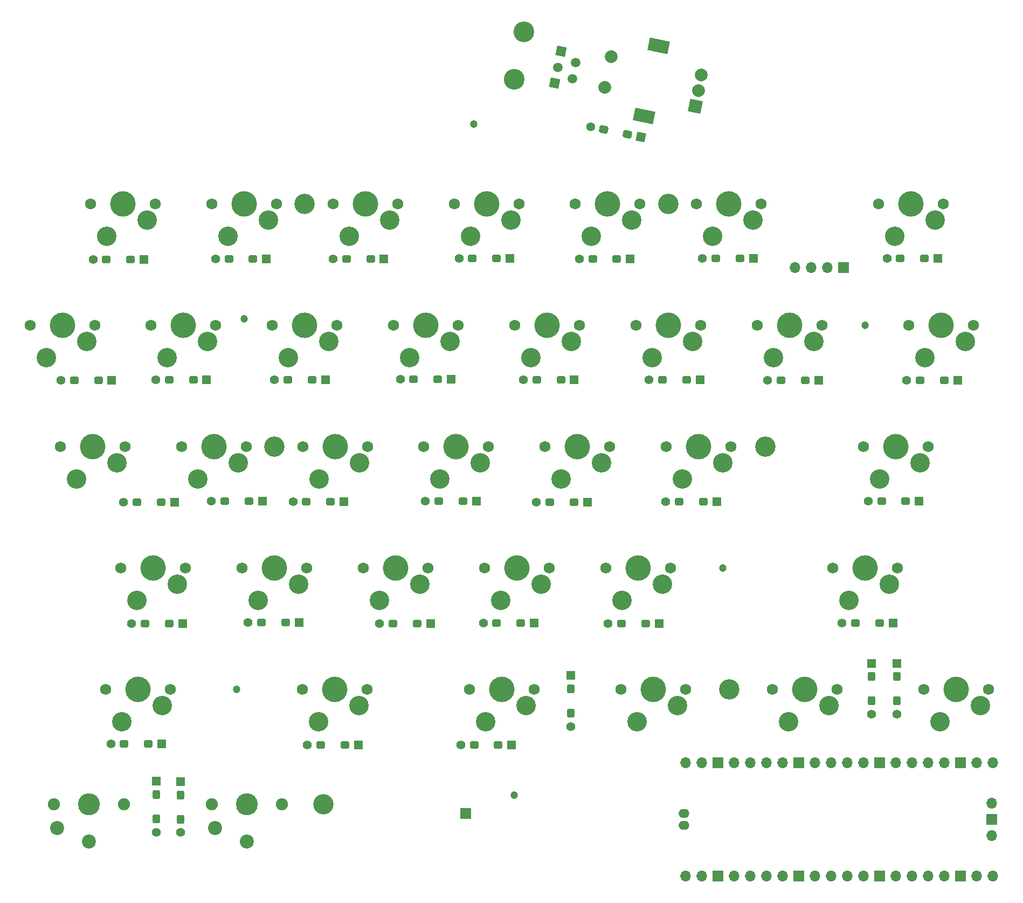
<source format=gbr>
%TF.GenerationSoftware,KiCad,Pcbnew,8.0.7*%
%TF.CreationDate,2025-08-07T20:18:05+02:00*%
%TF.ProjectId,pcb_keyboard_dx_rj11,7063625f-6b65-4796-926f-6172645f6478,rev?*%
%TF.SameCoordinates,Original*%
%TF.FileFunction,Soldermask,Top*%
%TF.FilePolarity,Negative*%
%FSLAX46Y46*%
G04 Gerber Fmt 4.6, Leading zero omitted, Abs format (unit mm)*
G04 Created by KiCad (PCBNEW 8.0.7) date 2025-08-07 20:18:05*
%MOMM*%
%LPD*%
G01*
G04 APERTURE LIST*
G04 Aperture macros list*
%AMRoundRect*
0 Rectangle with rounded corners*
0 $1 Rounding radius*
0 $2 $3 $4 $5 $6 $7 $8 $9 X,Y pos of 4 corners*
0 Add a 4 corners polygon primitive as box body*
4,1,4,$2,$3,$4,$5,$6,$7,$8,$9,$2,$3,0*
0 Add four circle primitives for the rounded corners*
1,1,$1+$1,$2,$3*
1,1,$1+$1,$4,$5*
1,1,$1+$1,$6,$7*
1,1,$1+$1,$8,$9*
0 Add four rect primitives between the rounded corners*
20,1,$1+$1,$2,$3,$4,$5,0*
20,1,$1+$1,$4,$5,$6,$7,0*
20,1,$1+$1,$6,$7,$8,$9,0*
20,1,$1+$1,$8,$9,$2,$3,0*%
%AMRotRect*
0 Rectangle, with rotation*
0 The origin of the aperture is its center*
0 $1 length*
0 $2 width*
0 $3 Rotation angle, in degrees counterclockwise*
0 Add horizontal line*
21,1,$1,$2,0,0,$3*%
G04 Aperture macros list end*
%ADD10C,1.900000*%
%ADD11C,3.450000*%
%ADD12C,2.200000*%
%ADD13C,1.200000*%
%ADD14C,3.200000*%
%ADD15C,1.750000*%
%ADD16C,3.050000*%
%ADD17C,4.000000*%
%ADD18R,1.700000X1.700000*%
%ADD19C,3.250000*%
%ADD20RotRect,1.520000X1.520000X258.400000*%
%ADD21C,1.520000*%
%ADD22RotRect,2.000000X2.000000X168.400000*%
%ADD23C,2.000000*%
%ADD24RotRect,3.200000X2.000000X168.400000*%
%ADD25R,1.400000X1.400000*%
%ADD26RoundRect,0.300000X-0.300000X0.400000X-0.300000X-0.400000X0.300000X-0.400000X0.300000X0.400000X0*%
%ADD27C,1.400000*%
%ADD28RoundRect,0.300000X0.400000X0.300000X-0.400000X0.300000X-0.400000X-0.300000X0.400000X-0.300000X0*%
%ADD29O,1.700000X1.700000*%
%ADD30O,1.700000X1.400000*%
%ADD31RotRect,1.400000X1.400000X168.400000*%
%ADD32RoundRect,0.300000X0.452153X0.213441X-0.331507X0.374304X-0.452153X-0.213441X0.331507X-0.374304X0*%
G04 APERTURE END LIST*
D10*
%TO.C,S3*%
X47075669Y-149882000D03*
D11*
X41575669Y-149882000D03*
D10*
X36075669Y-149882000D03*
D12*
X41575669Y-155782000D03*
X36575669Y-153682000D03*
%TD*%
D13*
%TO.C,H2*%
X101983169Y-43163000D03*
%TD*%
D14*
%TO.C,H8*%
X142108169Y-131877000D03*
%TD*%
D15*
%TO.C,S8*%
X54324419Y-131857000D03*
D16*
X53054419Y-134397000D03*
D17*
X49244419Y-131857000D03*
D16*
X46704419Y-136937000D03*
D15*
X44164419Y-131857000D03*
%TD*%
D14*
%TO.C,H6*%
X75418169Y-55687000D03*
%TD*%
D15*
%TO.C,S18*%
X94788169Y-112817000D03*
D16*
X93518169Y-115357000D03*
D17*
X89708169Y-112817000D03*
D16*
X87168169Y-117897000D03*
D15*
X84628169Y-112817000D03*
%TD*%
D13*
%TO.C,H3*%
X163494669Y-74737000D03*
%TD*%
D15*
%TO.C,S6*%
X66228169Y-93777000D03*
D16*
X64958169Y-96317000D03*
D17*
X61148169Y-93777000D03*
D16*
X58608169Y-98857000D03*
D15*
X56068169Y-93777000D03*
%TD*%
%TO.C,S32*%
X175718169Y-55687000D03*
D16*
X174448169Y-58227000D03*
D17*
X170638169Y-55687000D03*
D16*
X168098169Y-60767000D03*
D15*
X165558169Y-55687000D03*
%TD*%
%TO.C,S33*%
X180480669Y-74737000D03*
D16*
X179210669Y-77277000D03*
D17*
X175400669Y-74737000D03*
D16*
X172860669Y-79817000D03*
D15*
X170320669Y-74737000D03*
%TD*%
%TO.C,S25*%
X137628169Y-74737000D03*
D16*
X136358169Y-77277000D03*
D17*
X132548169Y-74737000D03*
D16*
X130008169Y-79817000D03*
D15*
X127468169Y-74737000D03*
%TD*%
D14*
%TO.C,H12*%
X78325669Y-149882000D03*
%TD*%
D15*
%TO.C,S5*%
X61468169Y-74737000D03*
D16*
X60198169Y-77277000D03*
D17*
X56388169Y-74737000D03*
D16*
X53848169Y-79817000D03*
D15*
X51308169Y-74737000D03*
%TD*%
%TO.C,S7*%
X56708169Y-112817000D03*
D16*
X55438169Y-115357000D03*
D17*
X51628169Y-112817000D03*
D16*
X49088169Y-117897000D03*
D15*
X46548169Y-112817000D03*
%TD*%
%TO.C,S36*%
X182861919Y-131857000D03*
D16*
X181591919Y-134397000D03*
D17*
X177781919Y-131857000D03*
D16*
X175241919Y-136937000D03*
D15*
X172701919Y-131857000D03*
%TD*%
%TO.C,S30*%
X156668169Y-74737000D03*
D16*
X155398169Y-77277000D03*
D17*
X151588169Y-74737000D03*
D16*
X149048169Y-79817000D03*
D15*
X146508169Y-74737000D03*
%TD*%
%TO.C,S2*%
X47188169Y-93777000D03*
D16*
X45918169Y-96317000D03*
D17*
X42108169Y-93777000D03*
D16*
X39568169Y-98857000D03*
D15*
X37028169Y-93777000D03*
%TD*%
D13*
%TO.C,H13*%
X141097169Y-112817000D03*
%TD*%
D15*
%TO.C,S27*%
X132868169Y-112817000D03*
D16*
X131598169Y-115357000D03*
D17*
X127788169Y-112817000D03*
D16*
X125248169Y-117897000D03*
D15*
X122708169Y-112817000D03*
%TD*%
%TO.C,S9*%
X70983169Y-55687000D03*
D16*
X69713169Y-58227000D03*
D17*
X65903169Y-55687000D03*
D16*
X63363169Y-60767000D03*
D15*
X60823169Y-55687000D03*
%TD*%
%TO.C,S10*%
X80508169Y-74737000D03*
D16*
X79238169Y-77277000D03*
D17*
X75428169Y-74737000D03*
D16*
X72888169Y-79817000D03*
D15*
X70348169Y-74737000D03*
%TD*%
%TO.C,S1*%
X42428169Y-74737000D03*
D16*
X41158169Y-77277000D03*
D17*
X37348169Y-74737000D03*
D16*
X34808169Y-79817000D03*
D15*
X32268169Y-74737000D03*
%TD*%
D18*
%TO.C,TP1*%
X100758169Y-151317000D03*
%TD*%
D15*
%TO.C,S13*%
X85265669Y-131857000D03*
D16*
X83995669Y-134397000D03*
D17*
X80185669Y-131857000D03*
D16*
X77645669Y-136937000D03*
D15*
X75105669Y-131857000D03*
%TD*%
%TO.C,S17*%
X104308169Y-93777000D03*
D16*
X103038169Y-96317000D03*
D17*
X99228169Y-93777000D03*
D16*
X96688169Y-98857000D03*
D15*
X94148169Y-93777000D03*
%TD*%
D14*
%TO.C,H10*%
X70663169Y-93777000D03*
%TD*%
%TO.C,H9*%
X147808169Y-93777000D03*
%TD*%
%TO.C,H7*%
X132548169Y-55687000D03*
%TD*%
D15*
%TO.C,S23*%
X111446919Y-131857000D03*
D16*
X110176919Y-134397000D03*
D17*
X106366919Y-131857000D03*
D16*
X103826919Y-136937000D03*
D15*
X101286919Y-131857000D03*
%TD*%
%TO.C,S21*%
X123348169Y-93777000D03*
D16*
X122078169Y-96317000D03*
D17*
X118268169Y-93777000D03*
D16*
X115728169Y-98857000D03*
D15*
X113188169Y-93777000D03*
%TD*%
%TO.C,S31*%
X159046919Y-131857000D03*
D16*
X157776919Y-134397000D03*
D17*
X153966919Y-131857000D03*
D16*
X151426919Y-136937000D03*
D15*
X148886919Y-131857000D03*
%TD*%
%TO.C,S28*%
X135246919Y-131857000D03*
D16*
X133976919Y-134397000D03*
D17*
X130166919Y-131857000D03*
D16*
X127626919Y-136937000D03*
D15*
X125086919Y-131857000D03*
%TD*%
%TO.C,S24*%
X128103169Y-55687000D03*
D16*
X126833169Y-58227000D03*
D17*
X123023169Y-55687000D03*
D16*
X120483169Y-60767000D03*
D15*
X117943169Y-55687000D03*
%TD*%
%TO.C,S35*%
X168574419Y-112817000D03*
D16*
X167304419Y-115357000D03*
D17*
X163494419Y-112817000D03*
D16*
X160954419Y-117897000D03*
D15*
X158414419Y-112817000D03*
%TD*%
D19*
%TO.C,J1*%
X109894419Y-28667000D03*
X108362206Y-36131364D03*
D20*
X115740719Y-31765855D03*
X114719243Y-36742098D03*
D21*
X117973469Y-33520656D03*
X115229980Y-34253978D03*
X117462732Y-36008775D03*
%TD*%
D15*
%TO.C,S26*%
X142388169Y-93777000D03*
D16*
X141118169Y-96317000D03*
D17*
X137308169Y-93777000D03*
D16*
X134768169Y-98857000D03*
D15*
X132228169Y-93777000D03*
%TD*%
%TO.C,S11*%
X85268169Y-93777000D03*
D16*
X83998169Y-96317000D03*
D17*
X80188169Y-93777000D03*
D16*
X77648169Y-98857000D03*
D15*
X75108169Y-93777000D03*
%TD*%
D13*
%TO.C,H11*%
X108325669Y-148506000D03*
%TD*%
D15*
%TO.C,S4*%
X51943169Y-55687000D03*
D16*
X50673169Y-58227000D03*
D17*
X46863169Y-55687000D03*
D16*
X44323169Y-60767000D03*
D15*
X41783169Y-55687000D03*
%TD*%
D13*
%TO.C,H4*%
X64723419Y-131857000D03*
%TD*%
D15*
%TO.C,S12*%
X75748169Y-112817000D03*
D16*
X74478169Y-115357000D03*
D17*
X70668169Y-112817000D03*
D16*
X68128169Y-117897000D03*
D15*
X65588169Y-112817000D03*
%TD*%
D10*
%TO.C,S14*%
X71825669Y-149882000D03*
D11*
X66325669Y-149882000D03*
D10*
X60825669Y-149882000D03*
D12*
X66325669Y-155782000D03*
X61325669Y-153682000D03*
%TD*%
D15*
%TO.C,S20*%
X118588169Y-74737000D03*
D16*
X117318169Y-77277000D03*
D17*
X113508169Y-74737000D03*
D16*
X110968169Y-79817000D03*
D15*
X108428169Y-74737000D03*
%TD*%
%TO.C,S19*%
X109063169Y-55687000D03*
D16*
X107793169Y-58227000D03*
D17*
X103983169Y-55687000D03*
D16*
X101443169Y-60767000D03*
D15*
X98903169Y-55687000D03*
%TD*%
%TO.C,S22*%
X113828169Y-112817000D03*
D16*
X112558169Y-115357000D03*
D17*
X108748169Y-112817000D03*
D16*
X106208169Y-117897000D03*
D15*
X103668169Y-112817000D03*
%TD*%
%TO.C,S15*%
X90023169Y-55687000D03*
D16*
X88753169Y-58227000D03*
D17*
X84943169Y-55687000D03*
D16*
X82403169Y-60767000D03*
D15*
X79863169Y-55687000D03*
%TD*%
%TO.C,S16*%
X99548169Y-74737000D03*
D16*
X98278169Y-77277000D03*
D17*
X94468169Y-74737000D03*
D16*
X91928169Y-79817000D03*
D15*
X89388169Y-74737000D03*
%TD*%
D22*
%TO.C,SW2*%
X136754362Y-40344877D03*
D23*
X137759750Y-35447000D03*
X137257055Y-37895938D03*
D24*
X128784205Y-41873475D03*
X131036277Y-30902233D03*
D23*
X123555909Y-32531370D03*
X122550519Y-37429247D03*
%TD*%
D15*
%TO.C,S29*%
X147143169Y-55687000D03*
D16*
X145873169Y-58227000D03*
D17*
X142063169Y-55687000D03*
D16*
X139523169Y-60767000D03*
D15*
X136983169Y-55687000D03*
%TD*%
D13*
%TO.C,H1*%
X65903169Y-73737000D03*
%TD*%
D15*
%TO.C,S34*%
X173336919Y-93777000D03*
D16*
X172066919Y-96317000D03*
D17*
X168256919Y-93777000D03*
D16*
X165716919Y-98857000D03*
D15*
X163176919Y-93777000D03*
%TD*%
D25*
%TO.C,D31*%
X164473169Y-127787000D03*
D26*
X164473169Y-129887000D03*
X164473169Y-133687000D03*
D27*
X164473169Y-135787000D03*
%TD*%
D25*
%TO.C,D11*%
X81593169Y-102427000D03*
D28*
X79493169Y-102427000D03*
X75693169Y-102427000D03*
D27*
X73593169Y-102427000D03*
%TD*%
D25*
%TO.C,D9*%
X69413169Y-64317000D03*
D28*
X67313169Y-64317000D03*
X63513169Y-64317000D03*
D27*
X61413169Y-64317000D03*
%TD*%
D29*
%TO.C,U1*%
X135303169Y-143407000D03*
X137843169Y-143407000D03*
D18*
X140383169Y-143407000D03*
D29*
X142923169Y-143407000D03*
X145463169Y-143407000D03*
X148003169Y-143407000D03*
X150543169Y-143407000D03*
D18*
X153083169Y-143407000D03*
D29*
X155623169Y-143407000D03*
X158163169Y-143407000D03*
X160703169Y-143407000D03*
X163243169Y-143407000D03*
D18*
X165783169Y-143407000D03*
D29*
X168323169Y-143407000D03*
X170863169Y-143407000D03*
X173403169Y-143407000D03*
X175943169Y-143407000D03*
D18*
X178483169Y-143407000D03*
D29*
X181023169Y-143407000D03*
X183563169Y-143407000D03*
X183563169Y-161187000D03*
X181023169Y-161187000D03*
D18*
X178483169Y-161187000D03*
D29*
X175943169Y-161187000D03*
X173403169Y-161187000D03*
X170863169Y-161187000D03*
X168323169Y-161187000D03*
D18*
X165783169Y-161187000D03*
D29*
X163243169Y-161187000D03*
X160703169Y-161187000D03*
X158163169Y-161187000D03*
X155623169Y-161187000D03*
D18*
X153083169Y-161187000D03*
D29*
X150543169Y-161187000D03*
X148003169Y-161187000D03*
X145463169Y-161187000D03*
X142923169Y-161187000D03*
D18*
X140383169Y-161187000D03*
D29*
X137843169Y-161187000D03*
X135303169Y-161187000D03*
X183333169Y-149757000D03*
D18*
X183333169Y-152297000D03*
D29*
X183333169Y-154837000D03*
D30*
X135033169Y-151397000D03*
X135033169Y-153197000D03*
%TD*%
D25*
%TO.C,D24*%
X126563169Y-64337000D03*
D28*
X124463169Y-64337000D03*
X120663169Y-64337000D03*
D27*
X118563169Y-64337000D03*
%TD*%
D25*
%TO.C,D28*%
X117253169Y-129717000D03*
D26*
X117253169Y-131817000D03*
X117253169Y-135617000D03*
D27*
X117253169Y-137717000D03*
%TD*%
D25*
%TO.C,D36*%
X168473169Y-127787000D03*
D26*
X168473169Y-129887000D03*
X168473169Y-133687000D03*
D27*
X168473169Y-135787000D03*
%TD*%
D25*
%TO.C,D12*%
X74520669Y-121398250D03*
D28*
X72420669Y-121398250D03*
X68620669Y-121398250D03*
D27*
X66520669Y-121398250D03*
%TD*%
D25*
%TO.C,D25*%
X137543169Y-83317000D03*
D28*
X135443169Y-83317000D03*
X131643169Y-83317000D03*
D27*
X129543169Y-83317000D03*
%TD*%
D25*
%TO.C,D3*%
X52133169Y-146317000D03*
D26*
X52133169Y-148417000D03*
X52133169Y-152217000D03*
D27*
X52133169Y-154317000D03*
%TD*%
D25*
%TO.C,D22*%
X111473169Y-121447000D03*
D28*
X109373169Y-121447000D03*
X105573169Y-121447000D03*
D27*
X103473169Y-121447000D03*
%TD*%
D25*
%TO.C,D33*%
X178003169Y-83377000D03*
D28*
X175903169Y-83377000D03*
X172103169Y-83377000D03*
D27*
X170003169Y-83377000D03*
%TD*%
D25*
%TO.C,D7*%
X56253169Y-121577000D03*
D28*
X54153169Y-121577000D03*
X50353169Y-121577000D03*
D27*
X48253169Y-121577000D03*
%TD*%
D25*
%TO.C,D30*%
X156143169Y-83357000D03*
D28*
X154043169Y-83357000D03*
X150243169Y-83357000D03*
D27*
X148143169Y-83357000D03*
%TD*%
D25*
%TO.C,D14*%
X55941919Y-146354500D03*
D26*
X55941919Y-148454500D03*
X55941919Y-152254500D03*
D27*
X55941919Y-154354500D03*
%TD*%
D25*
%TO.C,D15*%
X87883169Y-64307000D03*
D28*
X85783169Y-64307000D03*
X81983169Y-64307000D03*
D27*
X79883169Y-64307000D03*
%TD*%
D25*
%TO.C,D16*%
X98443169Y-83197000D03*
D28*
X96343169Y-83197000D03*
X92543169Y-83197000D03*
D27*
X90443169Y-83197000D03*
%TD*%
D25*
%TO.C,D1*%
X45133169Y-83397000D03*
D28*
X43033169Y-83397000D03*
X39233169Y-83397000D03*
D27*
X37133169Y-83397000D03*
%TD*%
D18*
%TO.C,J4*%
X160093169Y-65702000D03*
D29*
X157553169Y-65702000D03*
X155013169Y-65702000D03*
X152473169Y-65702000D03*
%TD*%
D25*
%TO.C,D6*%
X68764419Y-102357000D03*
D28*
X66664419Y-102357000D03*
X62864419Y-102357000D03*
D27*
X60764419Y-102357000D03*
%TD*%
D25*
%TO.C,D17*%
X102373169Y-102357000D03*
D28*
X100273169Y-102357000D03*
X96473169Y-102357000D03*
D27*
X94373169Y-102357000D03*
%TD*%
D31*
%TO.C,D37*%
X128201470Y-45181312D03*
D32*
X126144362Y-44759048D03*
X122421976Y-43994952D03*
D27*
X120364868Y-43572688D03*
%TD*%
D25*
%TO.C,D18*%
X95183169Y-121527000D03*
D28*
X93083169Y-121527000D03*
X89283169Y-121527000D03*
D27*
X87183169Y-121527000D03*
%TD*%
D25*
%TO.C,D34*%
X171943169Y-102377000D03*
D28*
X169843169Y-102377000D03*
X166043169Y-102377000D03*
D27*
X163943169Y-102377000D03*
%TD*%
D25*
%TO.C,D21*%
X119813169Y-102537000D03*
D28*
X117713169Y-102537000D03*
X113913169Y-102537000D03*
D27*
X111813169Y-102537000D03*
%TD*%
D25*
%TO.C,D19*%
X107663169Y-64270419D03*
D28*
X105563169Y-64270419D03*
X101763169Y-64270419D03*
D27*
X99663169Y-64270419D03*
%TD*%
D25*
%TO.C,D35*%
X167843169Y-121477000D03*
D28*
X165743169Y-121477000D03*
X161943169Y-121477000D03*
D27*
X159843169Y-121477000D03*
%TD*%
D25*
%TO.C,D10*%
X78693169Y-83317000D03*
D28*
X76593169Y-83317000D03*
X72793169Y-83317000D03*
D27*
X70693169Y-83317000D03*
%TD*%
D25*
%TO.C,D23*%
X107933169Y-140567000D03*
D28*
X105833169Y-140567000D03*
X102033169Y-140567000D03*
D27*
X99933169Y-140567000D03*
%TD*%
D25*
%TO.C,D29*%
X145923169Y-64270419D03*
D28*
X143823169Y-64270419D03*
X140023169Y-64270419D03*
D27*
X137923169Y-64270419D03*
%TD*%
D25*
%TO.C,D4*%
X50183169Y-64367000D03*
D28*
X48083169Y-64367000D03*
X44283169Y-64367000D03*
D27*
X42183169Y-64367000D03*
%TD*%
D25*
%TO.C,D20*%
X117763169Y-83257000D03*
D28*
X115663169Y-83257000D03*
X111863169Y-83257000D03*
D27*
X109763169Y-83257000D03*
%TD*%
D25*
%TO.C,D8*%
X52980669Y-140468250D03*
D28*
X50880669Y-140468250D03*
X47080669Y-140468250D03*
D27*
X44980669Y-140468250D03*
%TD*%
D25*
%TO.C,D27*%
X131103169Y-121547000D03*
D28*
X129003169Y-121547000D03*
X125203169Y-121547000D03*
D27*
X123103169Y-121547000D03*
%TD*%
D25*
%TO.C,D26*%
X140143169Y-102397000D03*
D28*
X138043169Y-102397000D03*
X134243169Y-102397000D03*
D27*
X132143169Y-102397000D03*
%TD*%
D25*
%TO.C,D2*%
X54973169Y-102467000D03*
D28*
X52873169Y-102467000D03*
X49073169Y-102467000D03*
D27*
X46973169Y-102467000D03*
%TD*%
D25*
%TO.C,D32*%
X174893169Y-64277000D03*
D28*
X172793169Y-64277000D03*
X168993169Y-64277000D03*
D27*
X166893169Y-64277000D03*
%TD*%
D25*
%TO.C,D5*%
X60023169Y-83257000D03*
D28*
X57923169Y-83257000D03*
X54123169Y-83257000D03*
D27*
X52023169Y-83257000D03*
%TD*%
D25*
%TO.C,D13*%
X83840669Y-140598250D03*
D28*
X81740669Y-140598250D03*
X77940669Y-140598250D03*
D27*
X75840669Y-140598250D03*
%TD*%
M02*

</source>
